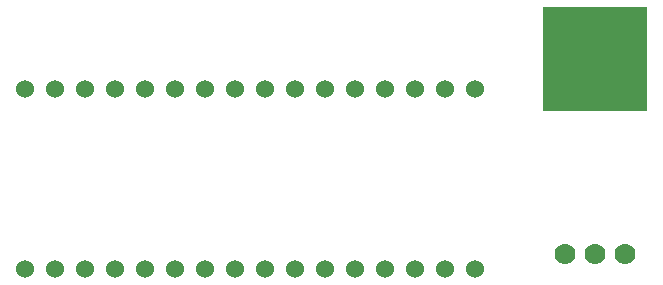
<source format=gbs>
G04 (created by PCBNEW (2013-07-07 BZR 4022)-stable) date 1/29/2014 11:22:53 AM*
%MOIN*%
G04 Gerber Fmt 3.4, Leading zero omitted, Abs format*
%FSLAX34Y34*%
G01*
G70*
G90*
G04 APERTURE LIST*
%ADD10C,0.00590551*%
%ADD11C,0.07*%
%ADD12R,0.35X0.35*%
%ADD13C,0.06*%
G04 APERTURE END LIST*
G54D10*
G54D11*
X82500Y-55000D03*
X80500Y-55000D03*
X81500Y-55000D03*
G54D12*
X81500Y-48500D03*
G54D13*
X62500Y-55500D03*
X63500Y-55500D03*
X64500Y-55500D03*
X65500Y-55500D03*
X66500Y-55500D03*
X67500Y-55500D03*
X68500Y-55500D03*
X69500Y-55500D03*
X70500Y-55500D03*
X71500Y-55500D03*
X72500Y-55500D03*
X73500Y-55500D03*
X74500Y-55500D03*
X75500Y-55500D03*
X76500Y-55500D03*
X77500Y-55500D03*
X77500Y-49500D03*
X76500Y-49500D03*
X75500Y-49500D03*
X74500Y-49500D03*
X73500Y-49500D03*
X72500Y-49500D03*
X71500Y-49500D03*
X70500Y-49500D03*
X69500Y-49500D03*
X68500Y-49500D03*
X67500Y-49500D03*
X66500Y-49500D03*
X65500Y-49500D03*
X64500Y-49500D03*
X63500Y-49500D03*
X62500Y-49500D03*
M02*

</source>
